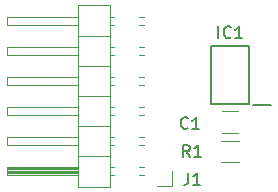
<source format=gbr>
%TF.GenerationSoftware,KiCad,Pcbnew,7.0.10*%
%TF.CreationDate,2024-02-19T11:00:08+07:00*%
%TF.ProjectId,PMODP2PSRAM,504d4f44-5032-4505-9352-414d2e6b6963,rev?*%
%TF.SameCoordinates,PX8c6db50PY50d2eb0*%
%TF.FileFunction,Legend,Top*%
%TF.FilePolarity,Positive*%
%FSLAX46Y46*%
G04 Gerber Fmt 4.6, Leading zero omitted, Abs format (unit mm)*
G04 Created by KiCad (PCBNEW 7.0.10) date 2024-02-19 11:00:08*
%MOMM*%
%LPD*%
G01*
G04 APERTURE LIST*
%ADD10C,0.150000*%
%ADD11C,0.200000*%
%ADD12C,0.120000*%
G04 APERTURE END LIST*
D10*
X11773810Y13095181D02*
X11773810Y14095181D01*
X12821428Y13190420D02*
X12773809Y13142800D01*
X12773809Y13142800D02*
X12630952Y13095181D01*
X12630952Y13095181D02*
X12535714Y13095181D01*
X12535714Y13095181D02*
X12392857Y13142800D01*
X12392857Y13142800D02*
X12297619Y13238039D01*
X12297619Y13238039D02*
X12250000Y13333277D01*
X12250000Y13333277D02*
X12202381Y13523753D01*
X12202381Y13523753D02*
X12202381Y13666610D01*
X12202381Y13666610D02*
X12250000Y13857086D01*
X12250000Y13857086D02*
X12297619Y13952324D01*
X12297619Y13952324D02*
X12392857Y14047562D01*
X12392857Y14047562D02*
X12535714Y14095181D01*
X12535714Y14095181D02*
X12630952Y14095181D01*
X12630952Y14095181D02*
X12773809Y14047562D01*
X12773809Y14047562D02*
X12821428Y13999943D01*
X13773809Y13095181D02*
X13202381Y13095181D01*
X13488095Y13095181D02*
X13488095Y14095181D01*
X13488095Y14095181D02*
X13392857Y13952324D01*
X13392857Y13952324D02*
X13297619Y13857086D01*
X13297619Y13857086D02*
X13202381Y13809467D01*
X9183333Y5490420D02*
X9135714Y5442800D01*
X9135714Y5442800D02*
X8992857Y5395181D01*
X8992857Y5395181D02*
X8897619Y5395181D01*
X8897619Y5395181D02*
X8754762Y5442800D01*
X8754762Y5442800D02*
X8659524Y5538039D01*
X8659524Y5538039D02*
X8611905Y5633277D01*
X8611905Y5633277D02*
X8564286Y5823753D01*
X8564286Y5823753D02*
X8564286Y5966610D01*
X8564286Y5966610D02*
X8611905Y6157086D01*
X8611905Y6157086D02*
X8659524Y6252324D01*
X8659524Y6252324D02*
X8754762Y6347562D01*
X8754762Y6347562D02*
X8897619Y6395181D01*
X8897619Y6395181D02*
X8992857Y6395181D01*
X8992857Y6395181D02*
X9135714Y6347562D01*
X9135714Y6347562D02*
X9183333Y6299943D01*
X10135714Y5395181D02*
X9564286Y5395181D01*
X9850000Y5395181D02*
X9850000Y6395181D01*
X9850000Y6395181D02*
X9754762Y6252324D01*
X9754762Y6252324D02*
X9659524Y6157086D01*
X9659524Y6157086D02*
X9564286Y6109467D01*
X9333333Y3045181D02*
X9000000Y3521372D01*
X8761905Y3045181D02*
X8761905Y4045181D01*
X8761905Y4045181D02*
X9142857Y4045181D01*
X9142857Y4045181D02*
X9238095Y3997562D01*
X9238095Y3997562D02*
X9285714Y3949943D01*
X9285714Y3949943D02*
X9333333Y3854705D01*
X9333333Y3854705D02*
X9333333Y3711848D01*
X9333333Y3711848D02*
X9285714Y3616610D01*
X9285714Y3616610D02*
X9238095Y3568991D01*
X9238095Y3568991D02*
X9142857Y3521372D01*
X9142857Y3521372D02*
X8761905Y3521372D01*
X10285714Y3045181D02*
X9714286Y3045181D01*
X10000000Y3045181D02*
X10000000Y4045181D01*
X10000000Y4045181D02*
X9904762Y3902324D01*
X9904762Y3902324D02*
X9809524Y3807086D01*
X9809524Y3807086D02*
X9714286Y3759467D01*
X9216666Y1695181D02*
X9216666Y980896D01*
X9216666Y980896D02*
X9169047Y838039D01*
X9169047Y838039D02*
X9073809Y742800D01*
X9073809Y742800D02*
X8930952Y695181D01*
X8930952Y695181D02*
X8835714Y695181D01*
X10216666Y695181D02*
X9645238Y695181D01*
X9930952Y695181D02*
X9930952Y1695181D01*
X9930952Y1695181D02*
X9835714Y1552324D01*
X9835714Y1552324D02*
X9740476Y1457086D01*
X9740476Y1457086D02*
X9645238Y1409467D01*
D11*
%TO.C,IC1*%
X16200000Y7420000D02*
X14700000Y7420000D01*
X14350000Y12450000D02*
X14350000Y7550000D01*
X11150000Y12450000D02*
X14350000Y12450000D01*
X11150000Y7550000D02*
X11150000Y12450000D01*
X14350000Y7550000D02*
X11150000Y7550000D01*
D12*
%TO.C,C1*%
X12038748Y6910000D02*
X13461252Y6910000D01*
X12038748Y5090000D02*
X13461252Y5090000D01*
%TO.C,R1*%
X12022936Y4410000D02*
X13477064Y4410000D01*
X12022936Y2590000D02*
X13477064Y2590000D01*
%TO.C,J1*%
X-6100000Y14920000D02*
X-100000Y14920000D01*
X-6100000Y14160000D02*
X-6100000Y14920000D01*
X-6100000Y12380000D02*
X-100000Y12380000D01*
X-6100000Y11620000D02*
X-6100000Y12380000D01*
X-6100000Y9840000D02*
X-100000Y9840000D01*
X-6100000Y9080000D02*
X-6100000Y9840000D01*
X-6100000Y7300000D02*
X-100000Y7300000D01*
X-6100000Y6540000D02*
X-6100000Y7300000D01*
X-6100000Y4760000D02*
X-100000Y4760000D01*
X-6100000Y4000000D02*
X-6100000Y4760000D01*
X-6100000Y2220000D02*
X-100000Y2220000D01*
X-6100000Y1460000D02*
X-6100000Y2220000D01*
X-100000Y15870000D02*
X-100000Y510000D01*
X-100000Y14160000D02*
X-6100000Y14160000D01*
X-100000Y11620000D02*
X-6100000Y11620000D01*
X-100000Y9080000D02*
X-6100000Y9080000D01*
X-100000Y6540000D02*
X-6100000Y6540000D01*
X-100000Y4000000D02*
X-6100000Y4000000D01*
X-100000Y2120000D02*
X-6100000Y2120000D01*
X-100000Y2000000D02*
X-6100000Y2000000D01*
X-100000Y1880000D02*
X-6100000Y1880000D01*
X-100000Y1760000D02*
X-6100000Y1760000D01*
X-100000Y1640000D02*
X-6100000Y1640000D01*
X-100000Y1520000D02*
X-6100000Y1520000D01*
X-100000Y1460000D02*
X-6100000Y1460000D01*
X-100000Y510000D02*
X2560000Y510000D01*
X2560000Y15870000D02*
X-100000Y15870000D01*
X2560000Y13270000D02*
X-100000Y13270000D01*
X2560000Y10730000D02*
X-100000Y10730000D01*
X2560000Y8190000D02*
X-100000Y8190000D01*
X2560000Y5650000D02*
X-100000Y5650000D01*
X2560000Y3110000D02*
X-100000Y3110000D01*
X2560000Y510000D02*
X2560000Y15870000D01*
X2957071Y14920000D02*
X2560000Y14920000D01*
X2957071Y14160000D02*
X2560000Y14160000D01*
X2957071Y12380000D02*
X2560000Y12380000D01*
X2957071Y11620000D02*
X2560000Y11620000D01*
X2957071Y9840000D02*
X2560000Y9840000D01*
X2957071Y9080000D02*
X2560000Y9080000D01*
X2957071Y7300000D02*
X2560000Y7300000D01*
X2957071Y6540000D02*
X2560000Y6540000D01*
X2957071Y4760000D02*
X2560000Y4760000D01*
X2957071Y4000000D02*
X2560000Y4000000D01*
X2957071Y2220000D02*
X2560000Y2220000D01*
X2957071Y1460000D02*
X2560000Y1460000D01*
X5430000Y2220000D02*
X5042929Y2220000D01*
X5430000Y1460000D02*
X5042929Y1460000D01*
X5497071Y14920000D02*
X5042929Y14920000D01*
X5497071Y14160000D02*
X5042929Y14160000D01*
X5497071Y12380000D02*
X5042929Y12380000D01*
X5497071Y11620000D02*
X5042929Y11620000D01*
X5497071Y9840000D02*
X5042929Y9840000D01*
X5497071Y9080000D02*
X5042929Y9080000D01*
X5497071Y7300000D02*
X5042929Y7300000D01*
X5497071Y6540000D02*
X5042929Y6540000D01*
X5497071Y4760000D02*
X5042929Y4760000D01*
X5497071Y4000000D02*
X5042929Y4000000D01*
X7810000Y1840000D02*
X7810000Y570000D01*
X7810000Y570000D02*
X6540000Y570000D01*
%TD*%
M02*

</source>
